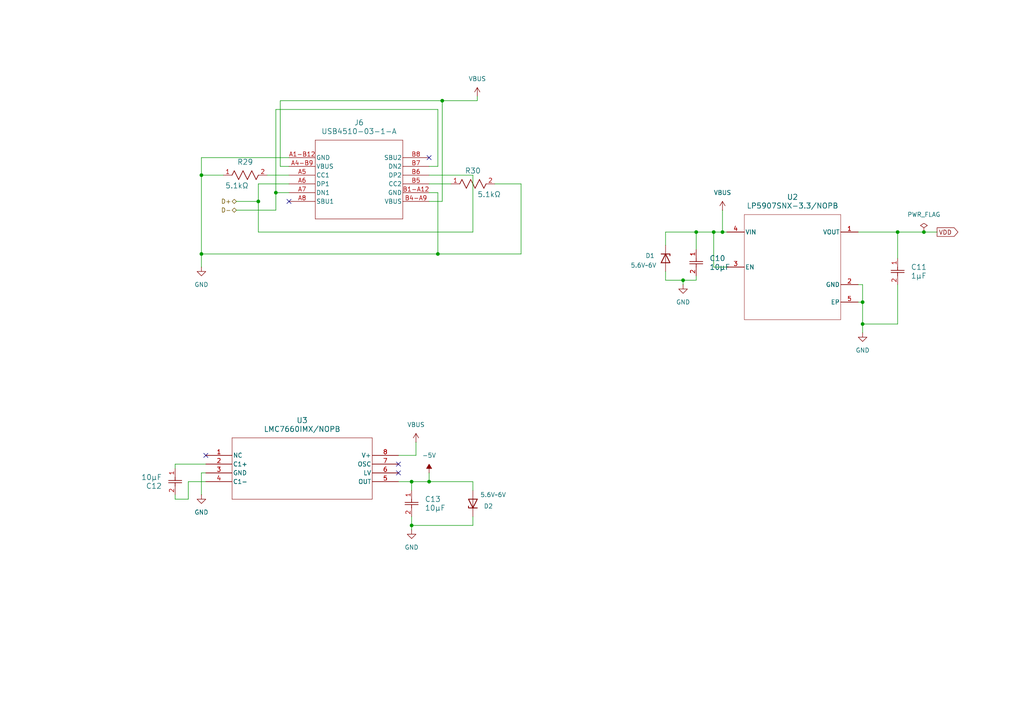
<source format=kicad_sch>
(kicad_sch (version 20231120) (generator "eeschema") (generator_version "8.0")
  (paper "A4")
  (lib_symbols
    (symbol "CMPE2750:CL31A106KOHNNNE" (pin_names (offset 0.254))
      (property "Reference" "C" (at 3.81 3.81 0))
      (property "Value" "10µF CL31A106KOHNNNE" (at 3.81 -3.81 0))
      (symbol "CL31A106KOHNNNE_1_1"
        (polyline (pts (xy 2.54 0) (xy 3.4798 0)) (stroke (width 0.2032)))
        (polyline (pts (xy 3.4798 -1.905) (xy 3.4798 1.905)) (stroke (width 0.2032)))
        (polyline (pts (xy 4.1148 -1.905) (xy 4.1148 1.905)) (stroke (width 0.2032)))
        (polyline (pts (xy 4.1148 0) (xy 5.08 0)) (stroke (width 0.2032)))
        (pin passive line (at 0 0 0) (length 2.54) (name "") (number "1"))
        (pin passive line (at 7.62 0 180) (length 2.54) (name "") (number "2"))
      )
      (symbol "CL31A106KOHNNNE_1_2"
        (polyline (pts (xy -1.905 -4.1148) (xy 1.905 -4.1148)) (stroke (width 0.2032)))
        (polyline (pts (xy -1.905 -3.4798) (xy 1.905 -3.4798)) (stroke (width 0.2032)))
        (polyline (pts (xy 0 -4.1148) (xy 0 -5.08)) (stroke (width 0.2032)))
        (polyline (pts (xy 0 -2.54) (xy 0 -3.4798)) (stroke (width 0.2032)))
        (pin unspecified line (at 0 0 270) (length 2.54) (name "") (number "1"))
        (pin unspecified line (at 0 -7.62 90) (length 2.54) (name "") (number "2"))
      )
    )
    (symbol "CMPE2750:LMC7660IMX_NOPB" (pin_names (offset 0.254))
      (property "Reference" "U" (at 27.94 10.16 0))
      (property "Value" "LMC7660IMX/NOPB" (at 27.94 7.62 0))
      (symbol "LMC7660IMX_NOPB_0_1"
        (polyline (pts (xy 7.62 -12.7) (xy 48.26 -12.7)) (stroke (width 0.127)))
        (polyline (pts (xy 7.62 5.08) (xy 7.62 -12.7)) (stroke (width 0.127)))
        (polyline (pts (xy 48.26 -12.7) (xy 48.26 5.08)) (stroke (width 0.127)))
        (polyline (pts (xy 48.26 5.08) (xy 7.62 5.08)) (stroke (width 0.127)))
        (pin passive line (at 0 0 0) (length 7.62) (name "NC") (number "1"))
        (pin input line (at 0 -2.54 0) (length 7.62) (name "C1+") (number "2"))
        (pin power_in line (at 0 -5.08 0) (length 7.62) (name "GND") (number "3"))
        (pin input line (at 0 -7.62 0) (length 7.62) (name "C1-") (number "4"))
        (pin input line (at 55.88 -5.08 180) (length 7.62) (name "LV") (number "6"))
        (pin input line (at 55.88 -2.54 180) (length 7.62) (name "OSC") (number "7"))
        (pin power_in line (at 55.88 0 180) (length 7.62) (name "V+") (number "8"))
      )
      (symbol "LMC7660IMX_NOPB_1_1"
        (pin power_out line (at 55.88 -7.62 180) (length 7.62) (name "OUT") (number "5"))
      )
    )
    (symbol "CMPE2750:LP5907SNX-3.3_NOPB" (pin_names (offset 0.254))
      (property "Reference" "U" (at 0 2.54 0))
      (property "Value" "LP5907SNX-3.3/NOPB" (at 0 0 0))
      (symbol "LP5907SNX-3.3_NOPB_1_1"
        (polyline (pts (xy -12.7 -15.24) (xy 15.24 -15.24)) (stroke (width 0.1016)))
        (polyline (pts (xy -12.7 15.24) (xy -12.7 -15.24)) (stroke (width 0.1016)))
        (polyline (pts (xy 15.24 -15.24) (xy 15.24 15.24)) (stroke (width 0.1016)))
        (polyline (pts (xy 15.24 15.24) (xy -12.7 15.24)) (stroke (width 0.1016)))
        (pin power_in line (at 20.32 10.16 180) (length 5.08) (name "VOUT") (number "1"))
        (pin power_in line (at 20.32 -5.08 180) (length 5.08) (name "GND") (number "2"))
        (pin input line (at -17.78 0 0) (length 5.08) (name "EN") (number "3"))
        (pin power_in line (at -17.78 10.16 0) (length 5.08) (name "VIN") (number "4"))
        (pin power_in line (at 20.32 -10.16 180) (length 5.08) (name "EP") (number "5"))
      )
    )
    (symbol "CMPE2750:RC0603FR-075K1L" (pin_names (offset 0.254))
      (property "Reference" "R" (at 5.715 3.81 0))
      (property "Value" "5.1kΩ RC0603FR-075K1L" (at 6.35 -3.81 0))
      (symbol "RC0603FR-075K1L_1_1"
        (polyline (pts (xy 2.54 0) (xy 3.175 1.27)) (stroke (width 0.2032)))
        (polyline (pts (xy 3.175 1.27) (xy 4.445 -1.27)) (stroke (width 0.2032)))
        (polyline (pts (xy 4.445 -1.27) (xy 5.715 1.27)) (stroke (width 0.2032)))
        (polyline (pts (xy 5.715 1.27) (xy 6.985 -1.27)) (stroke (width 0.2032)))
        (polyline (pts (xy 6.985 -1.27) (xy 8.255 1.27)) (stroke (width 0.2032)))
        (polyline (pts (xy 8.255 1.27) (xy 9.525 -1.27)) (stroke (width 0.2032)))
        (polyline (pts (xy 9.525 -1.27) (xy 10.16 0)) (stroke (width 0.2032)))
        (pin passive line (at 12.7 0 180) (length 2.54) (name "") (number "1"))
        (pin passive line (at 0 0 0) (length 2.54) (name "") (number "2"))
      )
      (symbol "RC0603FR-075K1L_1_2"
        (polyline (pts (xy -1.27 3.175) (xy 1.27 4.445)) (stroke (width 0.2032)))
        (polyline (pts (xy -1.27 5.715) (xy 1.27 6.985)) (stroke (width 0.2032)))
        (polyline (pts (xy -1.27 8.255) (xy 1.27 9.525)) (stroke (width 0.2032)))
        (polyline (pts (xy 0 2.54) (xy -1.27 3.175)) (stroke (width 0.2032)))
        (polyline (pts (xy 1.27 4.445) (xy -1.27 5.715)) (stroke (width 0.2032)))
        (polyline (pts (xy 1.27 6.985) (xy -1.27 8.255)) (stroke (width 0.2032)))
        (polyline (pts (xy 1.27 9.525) (xy 0 10.16)) (stroke (width 0.2032)))
        (pin unspecified line (at 0 12.7 270) (length 2.54) (name "") (number "1"))
        (pin unspecified line (at 0 0 90) (length 2.54) (name "") (number "2"))
      )
    )
    (symbol "CMPE2750:USB4510-03-1-A" (pin_names (offset 0.254))
      (property "Reference" "J" (at 20.32 10.16 0))
      (property "Value" "USB4510-03-1-A" (at 20.32 7.62 0))
      (symbol "USB4510-03-1-A_1_1"
        (polyline (pts (xy 7.62 -17.78) (xy 33.02 -17.78)) (stroke (width 0.127)))
        (polyline (pts (xy 7.62 5.08) (xy 7.62 -17.78)) (stroke (width 0.127)))
        (polyline (pts (xy 33.02 -17.78) (xy 33.02 5.08)) (stroke (width 0.127)))
        (polyline (pts (xy 33.02 5.08) (xy 7.62 5.08)) (stroke (width 0.127)))
        (pin power_out line (at 0 0 0) (length 7.62) (name "GND") (number "A1-B12"))
        (pin power_out line (at 0 -2.54 0) (length 7.62) (name "VBUS") (number "A4-B9"))
        (pin bidirectional line (at 0 -5.08 0) (length 7.62) (name "CC1") (number "A5"))
        (pin bidirectional line (at 0 -7.62 0) (length 7.62) (name "DP1") (number "A6"))
        (pin bidirectional line (at 0 -10.16 0) (length 7.62) (name "DN1") (number "A7"))
        (pin bidirectional line (at 0 -12.7 0) (length 7.62) (name "SBU1") (number "A8"))
        (pin power_out line (at 40.64 -10.16 180) (length 7.62) (name "GND") (number "B1-A12"))
        (pin power_out line (at 40.64 -12.7 180) (length 7.62) (name "VBUS") (number "B4-A9"))
        (pin bidirectional line (at 40.64 -7.62 180) (length 7.62) (name "CC2") (number "B5"))
        (pin bidirectional line (at 40.64 -5.08 180) (length 7.62) (name "DP2") (number "B6"))
        (pin bidirectional line (at 40.64 -2.54 180) (length 7.62) (name "DN2") (number "B7"))
        (pin bidirectional line (at 40.64 0 180) (length 7.62) (name "SBU2") (number "B8"))
      )
    )
    (symbol "Device:D_Zener" (pin_numbers hide) (pin_names (offset 1.016) hide)
      (property "Reference" "D" (at 0 2.54 0))
      (property "Value" "D_Zener" (at 0 -2.54 0))
      (symbol "D_Zener_0_1"
        (polyline (pts (xy 1.27 0) (xy -1.27 0)))
        (polyline (pts (xy -1.27 -1.27) (xy -1.27 1.27) (xy -0.762 1.27)) (stroke (width 0.254)))
        (polyline (pts (xy 1.27 -1.27) (xy 1.27 1.27) (xy -1.27 0) (xy 1.27 -1.27)) (stroke (width 0.254)))
      )
      (symbol "D_Zener_1_1"
        (pin passive line (at -3.81 0 0) (length 2.54) (name "K") (number "1"))
        (pin passive line (at 3.81 0 180) (length 2.54) (name "A") (number "2"))
      )
    )
    (symbol "power:-5V" (power) (pin_numbers hide) (pin_names (offset 0) hide)
      (property "Value" "-5V" (at 0 3.556 0))
      (symbol "-5V_0_0"
        (pin power_in line (at 0 0 90) (length 0) (name "~") (number "1"))
      )
      (symbol "-5V_0_1"
        (polyline (pts (xy 0 0) (xy 0 1.27) (xy 0.762 1.27) (xy 0 2.54) (xy -0.762 1.27) (xy 0 1.27)) (fill (type outline)))
      )
    )
    (symbol "power:GND" (power) (pin_numbers hide) (pin_names (offset 0) hide)
      (property "Value" "GND" (at 0 -3.81 0))
      (symbol "GND_0_1"
        (polyline (pts (xy 0 0) (xy 0 -1.27) (xy 1.27 -1.27) (xy 0 -2.54) (xy -1.27 -1.27) (xy 0 -1.27)))
      )
      (symbol "GND_1_1"
        (pin power_in line (at 0 0 270) (length 0) (name "~") (number "1"))
      )
    )
    (symbol "power:PWR_FLAG" (power) (pin_numbers hide) (pin_names (offset 0) hide)
      (property "Value" "PWR_FLAG" (at 0 3.81 0))
      (symbol "PWR_FLAG_0_0"
        (pin power_out line (at 0 0 90) (length 0) (name "~") (number "1"))
      )
      (symbol "PWR_FLAG_0_1"
        (polyline (pts (xy 0 0) (xy 0 1.27) (xy -1.016 1.905) (xy 0 2.54) (xy 1.016 1.905) (xy 0 1.27)))
      )
    )
    (symbol "power:VBUS" (power) (pin_numbers hide) (pin_names (offset 0) hide)
      (property "Value" "VBUS" (at 0 3.556 0))
      (symbol "VBUS_0_1"
        (polyline (pts (xy -0.762 1.27) (xy 0 2.54)))
        (polyline (pts (xy 0 0) (xy 0 2.54)))
        (polyline (pts (xy 0 2.54) (xy 0.762 1.27)))
      )
      (symbol "VBUS_1_1"
        (pin power_in line (at 0 0 90) (length 0) (name "~") (number "1"))
      )
    )
  )
  (junction (at 74.93 58.42))
  (junction (at 201.93 67.31))
  (junction (at 119.38 139.7))
  (junction (at 267.97 67.31))
  (junction (at 209.55 67.31))
  (junction (at 58.42 73.66))
  (junction (at 207.01 67.31))
  (junction (at 250.19 87.63))
  (junction (at 58.42 50.8))
  (junction (at 198.12 81.28))
  (junction (at 80.01 55.88))
  (junction (at 128.27 29.21))
  (junction (at 250.19 93.98))
  (junction (at 124.46 139.7))
  (junction (at 119.38 152.4))
  (junction (at 260.35 67.31))
  (junction (at 127 73.66))
  (no_connect (at 115.57 137.16))
  (no_connect (at 59.69 132.08))
  (no_connect (at 83.82 58.42))
  (no_connect (at 115.57 134.62))
  (no_connect (at 124.46 45.72))
  (wire (pts (xy 58.42 73.66) (xy 58.42 77.47)))
  (wire (pts (xy 250.19 82.55) (xy 250.19 87.63)))
  (wire (pts (xy 260.35 93.98) (xy 250.19 93.98)))
  (wire (pts (xy 201.93 67.31) (xy 207.01 67.31)))
  (wire (pts (xy 58.42 137.16) (xy 58.42 143.51)))
  (wire (pts (xy 54.61 144.78) (xy 50.8 144.78)))
  (wire (pts (xy 137.16 149.86) (xy 137.16 152.4)))
  (wire (pts (xy 198.12 82.55) (xy 198.12 81.28)))
  (wire (pts (xy 81.28 29.21) (xy 128.27 29.21)))
  (wire (pts (xy 207.01 77.47) (xy 207.01 67.31)))
  (wire (pts (xy 260.35 82.55) (xy 260.35 93.98)))
  (wire (pts (xy 119.38 139.7) (xy 119.38 142.24)))
  (wire (pts (xy 59.69 137.16) (xy 58.42 137.16)))
  (wire (pts (xy 193.04 67.31) (xy 201.93 67.31)))
  (wire (pts (xy 209.55 67.31) (xy 210.82 67.31)))
  (wire (pts (xy 59.69 139.7) (xy 54.61 139.7)))
  (wire (pts (xy 80.01 60.96) (xy 80.01 55.88)))
  (wire (pts (xy 193.04 81.28) (xy 198.12 81.28)))
  (wire (pts (xy 81.28 48.26) (xy 81.28 29.21)))
  (wire (pts (xy 119.38 149.86) (xy 119.38 152.4)))
  (wire (pts (xy 124.46 53.34) (xy 130.81 53.34)))
  (wire (pts (xy 120.65 128.27) (xy 120.65 132.08)))
  (wire (pts (xy 50.8 134.62) (xy 50.8 135.89)))
  (wire (pts (xy 58.42 50.8) (xy 58.42 73.66)))
  (wire (pts (xy 58.42 73.66) (xy 127 73.66)))
  (wire (pts (xy 151.13 53.34) (xy 151.13 73.66)))
  (wire (pts (xy 59.69 134.62) (xy 50.8 134.62)))
  (wire (pts (xy 267.97 67.31) (xy 260.35 67.31)))
  (wire (pts (xy 119.38 152.4) (xy 119.38 153.67)))
  (wire (pts (xy 193.04 78.74) (xy 193.04 81.28)))
  (wire (pts (xy 54.61 139.7) (xy 54.61 144.78)))
  (wire (pts (xy 50.8 144.78) (xy 50.8 143.51)))
  (wire (pts (xy 209.55 60.96) (xy 209.55 67.31)))
  (wire (pts (xy 137.16 50.8) (xy 137.16 67.31)))
  (wire (pts (xy 250.19 93.98) (xy 250.19 96.52)))
  (wire (pts (xy 64.77 50.8) (xy 58.42 50.8)))
  (wire (pts (xy 124.46 48.26) (xy 127 48.26)))
  (wire (pts (xy 127 31.75) (xy 80.01 31.75)))
  (wire (pts (xy 260.35 67.31) (xy 260.35 74.93)))
  (wire (pts (xy 143.51 53.34) (xy 151.13 53.34)))
  (wire (pts (xy 74.93 53.34) (xy 83.82 53.34)))
  (wire (pts (xy 124.46 55.88) (xy 127 55.88)))
  (wire (pts (xy 151.13 73.66) (xy 127 73.66)))
  (wire (pts (xy 124.46 50.8) (xy 137.16 50.8)))
  (wire (pts (xy 193.04 67.31) (xy 193.04 71.12)))
  (wire (pts (xy 124.46 139.7) (xy 119.38 139.7)))
  (wire (pts (xy 127 31.75) (xy 127 48.26)))
  (wire (pts (xy 124.46 58.42) (xy 128.27 58.42)))
  (wire (pts (xy 58.42 45.72) (xy 58.42 50.8)))
  (wire (pts (xy 128.27 58.42) (xy 128.27 29.21)))
  (wire (pts (xy 248.92 87.63) (xy 250.19 87.63)))
  (wire (pts (xy 68.58 60.96) (xy 80.01 60.96)))
  (wire (pts (xy 80.01 55.88) (xy 83.82 55.88)))
  (wire (pts (xy 210.82 77.47) (xy 207.01 77.47)))
  (wire (pts (xy 198.12 81.28) (xy 201.93 81.28)))
  (wire (pts (xy 115.57 139.7) (xy 119.38 139.7)))
  (wire (pts (xy 74.93 67.31) (xy 74.93 58.42)))
  (wire (pts (xy 137.16 152.4) (xy 119.38 152.4)))
  (wire (pts (xy 128.27 29.21) (xy 138.43 29.21)))
  (wire (pts (xy 201.93 80.01) (xy 201.93 81.28)))
  (wire (pts (xy 201.93 67.31) (xy 201.93 72.39)))
  (wire (pts (xy 127 55.88) (xy 127 73.66)))
  (wire (pts (xy 248.92 67.31) (xy 260.35 67.31)))
  (wire (pts (xy 248.92 82.55) (xy 250.19 82.55)))
  (wire (pts (xy 83.82 45.72) (xy 58.42 45.72)))
  (wire (pts (xy 68.58 58.42) (xy 74.93 58.42)))
  (wire (pts (xy 137.16 139.7) (xy 137.16 142.24)))
  (wire (pts (xy 138.43 29.21) (xy 138.43 27.94)))
  (wire (pts (xy 271.78 67.31) (xy 267.97 67.31)))
  (wire (pts (xy 207.01 67.31) (xy 209.55 67.31)))
  (wire (pts (xy 124.46 137.16) (xy 124.46 139.7)))
  (wire (pts (xy 137.16 139.7) (xy 124.46 139.7)))
  (wire (pts (xy 74.93 58.42) (xy 74.93 53.34)))
  (wire (pts (xy 77.47 50.8) (xy 83.82 50.8)))
  (wire (pts (xy 80.01 31.75) (xy 80.01 55.88)))
  (wire (pts (xy 137.16 67.31) (xy 74.93 67.31)))
  (wire (pts (xy 120.65 132.08) (xy 115.57 132.08)))
  (wire (pts (xy 83.82 48.26) (xy 81.28 48.26)))
  (wire (pts (xy 250.19 87.63) (xy 250.19 93.98)))
  (global_label "VDD" (shape output) (at 271.78 67.31 0) (property "Intersheetrefs" "${INTERSHEET_REFS}" (effects (hide yes))))
  (hierarchical_label "D+" (shape bidirectional) (at 68.58 58.42 180))
  (hierarchical_label "D-" (shape bidirectional) (at 68.58 60.96 180))
  (symbol (lib_id "CMPE2750:CL31A106KOHNNNE") (at 119.38 142.24 270) (unit 1)
    (property "Reference" "C13" (at 123.19 144.7799 90) (effects (font (size 1.524 1.524)) (justify left)))
    (property "Value" "10µF" (at 123.19 147.3199 90) (effects (font (size 1.524 1.524)) (justify left)))
    (property "Footprint" "Capacitor_SMD:C_1206_3216Metric" (effects (hide yes)))
    (property "Datasheet" "CL31A106KOHNNNE" (effects (hide yes)))
  )
  (symbol (lib_id "power:PWR_FLAG") (at 267.97 67.31 0) (unit 1)
    (property "Reference" "#FLG02" (effects (hide yes)))
    (property "Value" "PWR_FLAG" (at 267.97 62.23 0))
    (property "Description" "Special symbol for telling ERC where power comes from" (effects (hide yes)))
  )
  (symbol (lib_id "CMPE2750:LMC7660IMX_NOPB") (at 59.69 132.08 0) (unit 1)
    (property "Reference" "U3" (at 87.63 121.92 0) (effects (font (size 1.524 1.524))))
    (property "Value" "LMC7660IMX/NOPB" (at 87.63 124.46 0) (effects (font (size 1.524 1.524))))
    (property "Footprint" "Package_SO:SOIC-8_3.9x4.9mm_P1.27mm" (effects (hide yes)))
    (property "Datasheet" "LMC7660IMX/NOPB" (effects (hide yes)))
  )
  (symbol (lib_id "power:GND") (at 119.38 153.67 0) (unit 1)
    (property "Reference" "#PWR050" (effects (hide yes)))
    (property "Value" "GND" (at 119.38 158.75 0))
    (property "Description" "Power symbol creates a global label with name \"GND\" , ground" (effects (hide yes)))
  )
  (symbol (lib_id "power:GND") (at 58.42 77.47 0) (unit 1)
    (property "Reference" "#PWR044" (effects (hide yes)))
    (property "Value" "GND" (at 58.42 82.55 0))
    (property "Description" "Power symbol creates a global label with name \"GND\" , ground" (effects (hide yes)))
  )
  (symbol (lib_id "power:GND") (at 198.12 82.55 0) (mirror y) (unit 1)
    (property "Reference" "#PWR045" (effects (hide yes)))
    (property "Value" "GND" (at 198.12 87.63 0))
    (property "Description" "Power symbol creates a global label with name \"GND\" , ground" (effects (hide yes)))
  )
  (symbol (lib_id "CMPE2750:CL31A106KOHNNNE") (at 260.35 74.93 270) (unit 1)
    (property "Reference" "C11" (at 264.16 77.4699 90) (effects (font (size 1.524 1.524)) (justify left)))
    (property "Value" "1µF" (at 264.16 80.0099 90) (effects (font (size 1.524 1.524)) (justify left)))
    (property "Footprint" "Capacitor_SMD:C_1206_3216Metric" (effects (hide yes)))
    (property "Datasheet" "CL31B105KCHNNNE" (effects (hide yes)))
  )
  (symbol (lib_id "power:GND") (at 58.42 143.51 0) (unit 1)
    (property "Reference" "#PWR049" (effects (hide yes)))
    (property "Value" "GND" (at 58.42 148.59 0))
    (property "Description" "Power symbol creates a global label with name \"GND\" , ground" (effects (hide yes)))
  )
  (symbol (lib_id "power:VBUS") (at 209.55 60.96 0) (mirror y) (unit 1)
    (property "Reference" "#PWR043" (effects (hide yes)))
    (property "Value" "VBUS" (at 209.55 55.88 0))
    (property "Description" "Power symbol creates a global label with name \"VBUS\"" (effects (hide yes)))
  )
  (symbol (lib_id "CMPE2750:USB4510-03-1-A") (at 83.82 45.72 0) (unit 1)
    (property "Reference" "J6" (at 104.14 35.56 0) (effects (font (size 1.524 1.524))))
    (property "Value" "USB4510-03-1-A" (at 104.14 38.1 0) (effects (font (size 1.524 1.524))))
    (property "Footprint" "CMPE2750:USB4510-03-1-A_GCT" (effects (hide yes)))
    (property "Datasheet" "USB4510-03-1-A" (effects (hide yes)))
  )
  (symbol (lib_id "CMPE2750:RC0603FR-075K1L") (at 143.51 53.34 180) (unit 1)
    (property "Reference" "R30" (at 137.16 49.53 0) (effects (font (size 1.524 1.524))))
    (property "Value" "5.1kΩ" (at 138.43 56.388 0) (effects (font (size 1.524 1.524)) (justify right)))
    (property "Footprint" "Resistor_SMD:R_0603_1608Metric" (effects (hide yes)))
    (property "Datasheet" "RC0603FR-075K1L" (effects (hide yes)))
  )
  (symbol (lib_id "power:-5V") (at 124.46 137.16 0) (unit 1)
    (property "Reference" "#PWR048" (effects (hide yes)))
    (property "Value" "-5V" (at 124.46 132.08 0))
    (property "Description" "Power symbol creates a global label with name \"-5V\"" (effects (hide yes)))
  )
  (symbol (lib_id "power:GND") (at 250.19 96.52 0) (unit 1)
    (property "Reference" "#PWR046" (effects (hide yes)))
    (property "Value" "GND" (at 250.19 101.6 0))
    (property "Description" "Power symbol creates a global label with name \"GND\" , ground" (effects (hide yes)))
  )
  (symbol (lib_id "Device:D_Zener") (at 193.04 74.93 270) (unit 1)
    (property "Reference" "D1" (at 187.198 74.168 90) (effects (justify left)))
    (property "Value" "5.6V~6V" (at 182.88 76.962 90) (effects (justify left)))
    (property "Footprint" "Diode_SMD:D_SOD-123" (effects (hide yes)))
    (property "Datasheet" "BZT52C5V6" (effects (hide yes)))
    (property "Description" "Zener diode" (effects (hide yes)))
  )
  (symbol (lib_id "power:VBUS") (at 120.65 128.27 0) (unit 1)
    (property "Reference" "#PWR047" (effects (hide yes)))
    (property "Value" "VBUS" (at 120.65 123.19 0))
    (property "Description" "Power symbol creates a global label with name \"VBUS\"" (effects (hide yes)))
  )
  (symbol (lib_id "power:VBUS") (at 138.43 27.94 0) (unit 1)
    (property "Reference" "#PWR042" (effects (hide yes)))
    (property "Value" "VBUS" (at 138.43 22.86 0))
    (property "Description" "Power symbol creates a global label with name \"VBUS\"" (effects (hide yes)))
  )
  (symbol (lib_id "CMPE2750:RC0603FR-075K1L") (at 77.47 50.8 180) (unit 1)
    (property "Reference" "R29" (at 71.12 46.99 0) (effects (font (size 1.524 1.524))))
    (property "Value" "5.1kΩ" (at 65.278 53.848 0) (effects (font (size 1.524 1.524)) (justify right)))
    (property "Footprint" "Resistor_SMD:R_0603_1608Metric" (effects (hide yes)))
    (property "Datasheet" "RC0603FR-075K1L" (effects (hide yes)))
  )
  (symbol (lib_id "CMPE2750:CL31A106KOHNNNE") (at 201.93 72.39 270) (unit 1)
    (property "Reference" "C10" (at 205.74 74.9299 90) (effects (font (size 1.524 1.524)) (justify left)))
    (property "Value" "10µF" (at 205.74 77.4699 90) (effects (font (size 1.524 1.524)) (justify left)))
    (property "Footprint" "Capacitor_SMD:C_1206_3216Metric" (effects (hide yes)))
    (property "Datasheet" "CL31A106KOHNNNE" (effects (hide yes)))
  )
  (symbol (lib_id "CMPE2750:LP5907SNX-3.3_NOPB") (at 228.6 77.47 0) (unit 1)
    (property "Reference" "U2" (at 229.87 57.15 0) (effects (font (size 1.524 1.524))))
    (property "Value" "LP5907SNX-3.3/NOPB" (at 229.87 59.69 0) (effects (font (size 1.524 1.524))))
    (property "Footprint" "CMPE2750:DQN0004A" (effects (hide yes)))
    (property "Datasheet" "LP5907SNX-3.3/NOPB" (effects (hide yes)))
  )
  (symbol (lib_id "CMPE2750:CL31A106KOHNNNE") (at 50.8 135.89 270) (unit 1)
    (property "Reference" "C12" (at 46.99 140.9701 90) (effects (font (size 1.524 1.524)) (justify right)))
    (property "Value" "10µF" (at 46.99 138.4301 90) (effects (font (size 1.524 1.524)) (justify right)))
    (property "Footprint" "Capacitor_SMD:C_1206_3216Metric" (effects (hide yes)))
    (property "Datasheet" "CL31A106KOHNNNE" (effects (hide yes)))
  )
  (symbol (lib_id "Device:D_Zener") (at 137.16 146.05 90) (unit 1)
    (property "Reference" "D2" (at 143.002 146.812 90) (effects (justify left)))
    (property "Value" "5.6V~6V" (at 146.812 143.51 90) (effects (justify left)))
    (property "Footprint" "Diode_SMD:D_SOD-123" (effects (hide yes)))
    (property "Datasheet" "BZT52C5V6" (effects (hide yes)))
    (property "Description" "Zener diode" (effects (hide yes)))
  )
)
</source>
